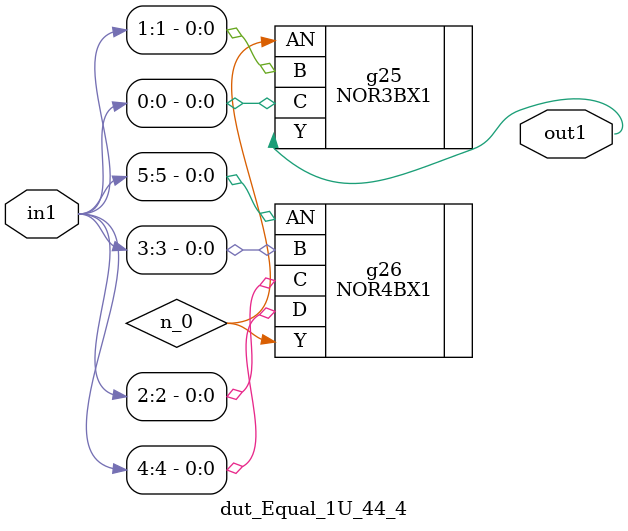
<source format=v>
`timescale 1ps / 1ps


module dut_Equal_1U_44_4(in1, out1);
  input [5:0] in1;
  output out1;
  wire [5:0] in1;
  wire out1;
  wire n_0;
  NOR3BX1 g25(.AN (n_0), .B (in1[1]), .C (in1[0]), .Y (out1));
  NOR4BX1 g26(.AN (in1[5]), .B (in1[3]), .C (in1[2]), .D (in1[4]), .Y
       (n_0));
endmodule



</source>
